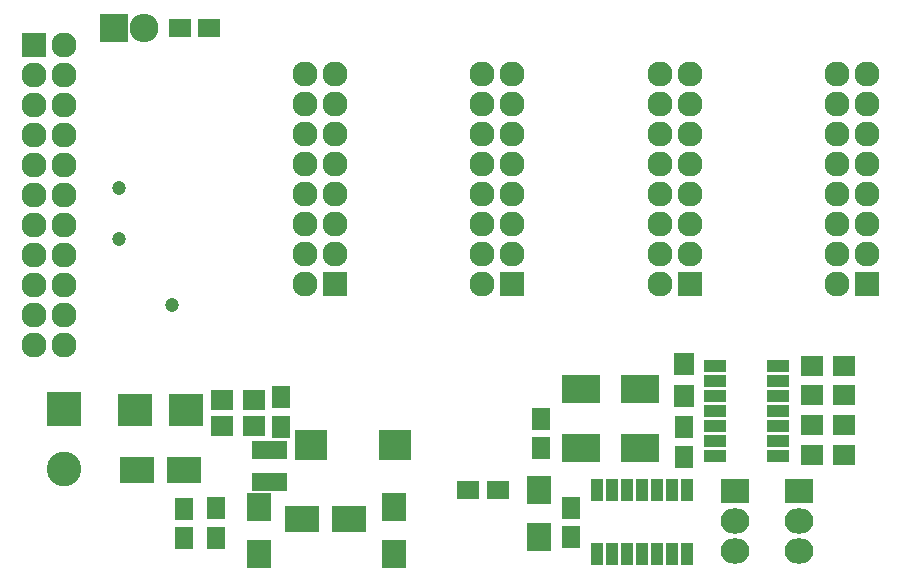
<source format=gbr>
G04 #@! TF.FileFunction,Soldermask,Top*
%FSLAX46Y46*%
G04 Gerber Fmt 4.6, Leading zero omitted, Abs format (unit mm)*
G04 Created by KiCad (PCBNEW 4.0.2-stable) date 28.02.2017 09:35:37*
%MOMM*%
G01*
G04 APERTURE LIST*
%ADD10C,0.100000*%
%ADD11R,2.432000X2.432000*%
%ADD12O,2.432000X2.432000*%
%ADD13C,1.200000*%
%ADD14R,1.900000X1.650000*%
%ADD15R,2.127200X2.127200*%
%ADD16O,2.127200X2.127200*%
%ADD17R,1.900000X1.000000*%
%ADD18R,2.700000X2.600000*%
%ADD19R,2.940000X2.940000*%
%ADD20C,2.940000*%
%ADD21R,1.000000X1.500000*%
%ADD22R,3.200000X2.400000*%
%ADD23R,2.899360X2.701240*%
%ADD24R,2.899360X2.200860*%
%ADD25R,1.650000X1.900000*%
%ADD26R,2.000000X2.400000*%
%ADD27R,1.900000X1.700000*%
%ADD28R,1.700000X1.900000*%
%ADD29R,2.432000X2.127200*%
%ADD30O,2.432000X2.127200*%
%ADD31R,1.000000X1.900000*%
G04 APERTURE END LIST*
D10*
D11*
X109300000Y-53300000D03*
D12*
X111840000Y-53300000D03*
D13*
X109664500Y-71183500D03*
X109677200Y-66802000D03*
D14*
X139262800Y-92405200D03*
X141762800Y-92405200D03*
D13*
X114173000Y-76708000D03*
D15*
X158000000Y-75000000D03*
D16*
X155460000Y-75000000D03*
X158000000Y-72460000D03*
X155460000Y-72460000D03*
X158000000Y-69920000D03*
X155460000Y-69920000D03*
X158000000Y-67380000D03*
X155460000Y-67380000D03*
X158000000Y-64840000D03*
X155460000Y-64840000D03*
X158000000Y-62300000D03*
X155460000Y-62300000D03*
X158000000Y-59760000D03*
X155460000Y-59760000D03*
X158000000Y-57220000D03*
X155460000Y-57220000D03*
D17*
X165532380Y-89512880D03*
X165532380Y-88242880D03*
X165532380Y-86972880D03*
X165532380Y-85702880D03*
X165532380Y-84432880D03*
X165532380Y-83162880D03*
X165532380Y-81892880D03*
X160132380Y-81892880D03*
X160132380Y-83162880D03*
X160132380Y-84432880D03*
X160132380Y-85702880D03*
X160132380Y-86972880D03*
X160132380Y-88242880D03*
X160132380Y-89512880D03*
D15*
X128000000Y-75000000D03*
D16*
X125460000Y-75000000D03*
X128000000Y-72460000D03*
X125460000Y-72460000D03*
X128000000Y-69920000D03*
X125460000Y-69920000D03*
X128000000Y-67380000D03*
X125460000Y-67380000D03*
X128000000Y-64840000D03*
X125460000Y-64840000D03*
X128000000Y-62300000D03*
X125460000Y-62300000D03*
X128000000Y-59760000D03*
X125460000Y-59760000D03*
X128000000Y-57220000D03*
X125460000Y-57220000D03*
D15*
X102500000Y-54770000D03*
D16*
X105040000Y-54770000D03*
X102500000Y-57310000D03*
X105040000Y-57310000D03*
X102500000Y-59850000D03*
X105040000Y-59850000D03*
X102500000Y-62390000D03*
X105040000Y-62390000D03*
X102500000Y-64930000D03*
X105040000Y-64930000D03*
X102500000Y-67470000D03*
X105040000Y-67470000D03*
X102500000Y-70010000D03*
X105040000Y-70010000D03*
X102500000Y-72550000D03*
X105040000Y-72550000D03*
X102500000Y-75090000D03*
X105040000Y-75090000D03*
X102500000Y-77630000D03*
X105040000Y-77630000D03*
X102500000Y-80170000D03*
X105040000Y-80170000D03*
D18*
X125956180Y-88590120D03*
X133056180Y-88590120D03*
D19*
X105003600Y-85585300D03*
D20*
X105003600Y-90665300D03*
D15*
X143000000Y-75000000D03*
D16*
X140460000Y-75000000D03*
X143000000Y-72460000D03*
X140460000Y-72460000D03*
X143000000Y-69920000D03*
X140460000Y-69920000D03*
X143000000Y-67380000D03*
X140460000Y-67380000D03*
X143000000Y-64840000D03*
X140460000Y-64840000D03*
X143000000Y-62300000D03*
X140460000Y-62300000D03*
X143000000Y-59760000D03*
X140460000Y-59760000D03*
X143000000Y-57220000D03*
X140460000Y-57220000D03*
D15*
X173000000Y-75000000D03*
D16*
X170460000Y-75000000D03*
X173000000Y-72460000D03*
X170460000Y-72460000D03*
X173000000Y-69920000D03*
X170460000Y-69920000D03*
X173000000Y-67380000D03*
X170460000Y-67380000D03*
X173000000Y-64840000D03*
X170460000Y-64840000D03*
X173000000Y-62300000D03*
X170460000Y-62300000D03*
X173000000Y-59760000D03*
X170460000Y-59760000D03*
X173000000Y-57220000D03*
X170460000Y-57220000D03*
D21*
X123375780Y-89018660D03*
X122425780Y-89018660D03*
X121475780Y-89018660D03*
X121475780Y-91718660D03*
X122425780Y-91718660D03*
X123375780Y-91718660D03*
D22*
X153795100Y-83860000D03*
X153795100Y-88860000D03*
X148795100Y-83860000D03*
X148795100Y-88860000D03*
D23*
X115382040Y-85598000D03*
X111084360Y-85598000D03*
D24*
X125158500Y-94889320D03*
X129156460Y-94889320D03*
X115232180Y-90678000D03*
X111234220Y-90678000D03*
D25*
X145389600Y-88861900D03*
X145389600Y-86361900D03*
X115227100Y-93974600D03*
X115227100Y-96474600D03*
X157530800Y-87078500D03*
X157530800Y-89578500D03*
D26*
X121577100Y-97808800D03*
X121577100Y-93808800D03*
D25*
X123375780Y-84563900D03*
X123375780Y-87063900D03*
D26*
X133019800Y-97821500D03*
X133019800Y-93821500D03*
D14*
X117340700Y-53289200D03*
X114840700Y-53289200D03*
D26*
X145262600Y-96411800D03*
X145262600Y-92411800D03*
D25*
X117944900Y-93965200D03*
X117944900Y-96465200D03*
D27*
X118398300Y-87020400D03*
X121098300Y-87020400D03*
X121098300Y-84785200D03*
X118398300Y-84785200D03*
X171072800Y-89433400D03*
X168372800Y-89433400D03*
X171072800Y-86893400D03*
X168372800Y-86893400D03*
X171072800Y-84353400D03*
X168372800Y-84353400D03*
X171072800Y-81876900D03*
X168372800Y-81876900D03*
D28*
X157530800Y-81733400D03*
X157530800Y-84433400D03*
D29*
X167246300Y-92468700D03*
D30*
X167246300Y-95008700D03*
X167246300Y-97548700D03*
D29*
X161861500Y-92494100D03*
D30*
X161861500Y-95034100D03*
X161861500Y-97574100D03*
D25*
X147967700Y-96398400D03*
X147967700Y-93898400D03*
D31*
X150126700Y-97835700D03*
X151396700Y-97835700D03*
X152666700Y-97835700D03*
X153936700Y-97835700D03*
X155206700Y-97835700D03*
X156476700Y-97835700D03*
X157746700Y-97835700D03*
X157746700Y-92435700D03*
X156476700Y-92435700D03*
X155206700Y-92435700D03*
X153936700Y-92435700D03*
X152666700Y-92435700D03*
X151396700Y-92435700D03*
X150126700Y-92435700D03*
M02*

</source>
